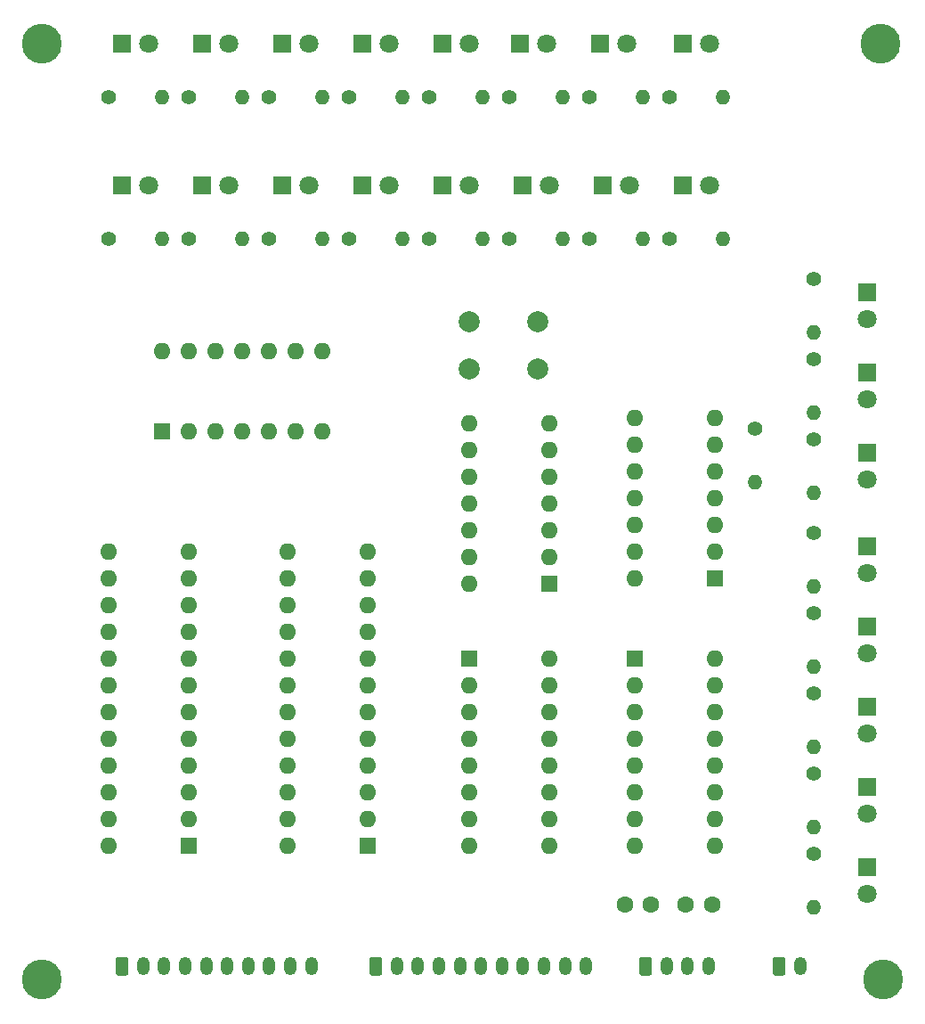
<source format=gbr>
G04 #@! TF.GenerationSoftware,KiCad,Pcbnew,(5.1.2-1)-1*
G04 #@! TF.CreationDate,2019-08-25T20:16:48+10:00*
G04 #@! TF.ProjectId,control-logic,636f6e74-726f-46c2-9d6c-6f6769632e6b,rev?*
G04 #@! TF.SameCoordinates,Original*
G04 #@! TF.FileFunction,Soldermask,Bot*
G04 #@! TF.FilePolarity,Negative*
%FSLAX46Y46*%
G04 Gerber Fmt 4.6, Leading zero omitted, Abs format (unit mm)*
G04 Created by KiCad (PCBNEW (5.1.2-1)-1) date 2019-08-25 20:16:48*
%MOMM*%
%LPD*%
G04 APERTURE LIST*
%ADD10O,1.200000X1.750000*%
%ADD11C,0.100000*%
%ADD12C,1.200000*%
%ADD13C,3.790000*%
%ADD14C,1.600000*%
%ADD15R,1.800000X1.800000*%
%ADD16C,1.800000*%
%ADD17O,1.400000X1.400000*%
%ADD18C,1.400000*%
%ADD19C,2.000000*%
%ADD20R,1.600000X1.600000*%
%ADD21O,1.600000X1.600000*%
G04 APERTURE END LIST*
D10*
X143190000Y-153670000D03*
X141190000Y-153670000D03*
X139190000Y-153670000D03*
X137190000Y-153670000D03*
X135190000Y-153670000D03*
X133190000Y-153670000D03*
X131190000Y-153670000D03*
X129190000Y-153670000D03*
X127190000Y-153670000D03*
X125190000Y-153670000D03*
D11*
G36*
X123564505Y-152796204D02*
G01*
X123588773Y-152799804D01*
X123612572Y-152805765D01*
X123635671Y-152814030D01*
X123657850Y-152824520D01*
X123678893Y-152837132D01*
X123698599Y-152851747D01*
X123716777Y-152868223D01*
X123733253Y-152886401D01*
X123747868Y-152906107D01*
X123760480Y-152927150D01*
X123770970Y-152949329D01*
X123779235Y-152972428D01*
X123785196Y-152996227D01*
X123788796Y-153020495D01*
X123790000Y-153044999D01*
X123790000Y-154295001D01*
X123788796Y-154319505D01*
X123785196Y-154343773D01*
X123779235Y-154367572D01*
X123770970Y-154390671D01*
X123760480Y-154412850D01*
X123747868Y-154433893D01*
X123733253Y-154453599D01*
X123716777Y-154471777D01*
X123698599Y-154488253D01*
X123678893Y-154502868D01*
X123657850Y-154515480D01*
X123635671Y-154525970D01*
X123612572Y-154534235D01*
X123588773Y-154540196D01*
X123564505Y-154543796D01*
X123540001Y-154545000D01*
X122839999Y-154545000D01*
X122815495Y-154543796D01*
X122791227Y-154540196D01*
X122767428Y-154534235D01*
X122744329Y-154525970D01*
X122722150Y-154515480D01*
X122701107Y-154502868D01*
X122681401Y-154488253D01*
X122663223Y-154471777D01*
X122646747Y-154453599D01*
X122632132Y-154433893D01*
X122619520Y-154412850D01*
X122609030Y-154390671D01*
X122600765Y-154367572D01*
X122594804Y-154343773D01*
X122591204Y-154319505D01*
X122590000Y-154295001D01*
X122590000Y-153044999D01*
X122591204Y-153020495D01*
X122594804Y-152996227D01*
X122600765Y-152972428D01*
X122609030Y-152949329D01*
X122619520Y-152927150D01*
X122632132Y-152906107D01*
X122646747Y-152886401D01*
X122663223Y-152868223D01*
X122681401Y-152851747D01*
X122701107Y-152837132D01*
X122722150Y-152824520D01*
X122744329Y-152814030D01*
X122767428Y-152805765D01*
X122791227Y-152799804D01*
X122815495Y-152796204D01*
X122839999Y-152795000D01*
X123540001Y-152795000D01*
X123564505Y-152796204D01*
X123564505Y-152796204D01*
G37*
D12*
X123190000Y-153670000D03*
D13*
X91440000Y-154940000D03*
X91440000Y-66040000D03*
X171196000Y-66040000D03*
X171450000Y-154940000D03*
D14*
X146852000Y-147828000D03*
X149352000Y-147828000D03*
X155154000Y-147828000D03*
X152654000Y-147828000D03*
D15*
X169926000Y-144272000D03*
D16*
X169926000Y-146812000D03*
D15*
X169926000Y-136652000D03*
D16*
X169926000Y-139192000D03*
D15*
X169926000Y-129032000D03*
D16*
X169926000Y-131572000D03*
X169926000Y-123952000D03*
D15*
X169926000Y-121412000D03*
D16*
X169926000Y-116332000D03*
D15*
X169926000Y-113792000D03*
X99060000Y-66040000D03*
D16*
X101600000Y-66040000D03*
X109220000Y-66040000D03*
D15*
X106680000Y-66040000D03*
X114300000Y-66040000D03*
D16*
X116840000Y-66040000D03*
X124460000Y-66040000D03*
D15*
X121920000Y-66040000D03*
X169926000Y-104902000D03*
D16*
X169926000Y-107442000D03*
X169926000Y-99822000D03*
D15*
X169926000Y-97282000D03*
D16*
X169926000Y-92202000D03*
D15*
X169926000Y-89662000D03*
X129540000Y-66040000D03*
D16*
X132080000Y-66040000D03*
X139446000Y-66040000D03*
D15*
X136906000Y-66040000D03*
D16*
X147066000Y-66040000D03*
D15*
X144526000Y-66040000D03*
X152400000Y-66040000D03*
D16*
X154940000Y-66040000D03*
X101600000Y-79502000D03*
D15*
X99060000Y-79502000D03*
X106680000Y-79502000D03*
D16*
X109220000Y-79502000D03*
D15*
X114300000Y-79502000D03*
D16*
X116840000Y-79502000D03*
X124460000Y-79502000D03*
D15*
X121920000Y-79502000D03*
X129540000Y-79502000D03*
D16*
X132080000Y-79502000D03*
X139700000Y-79502000D03*
D15*
X137160000Y-79502000D03*
X144780000Y-79502000D03*
D16*
X147320000Y-79502000D03*
X154940000Y-79502000D03*
D15*
X152400000Y-79502000D03*
D11*
G36*
X161918505Y-152796204D02*
G01*
X161942773Y-152799804D01*
X161966572Y-152805765D01*
X161989671Y-152814030D01*
X162011850Y-152824520D01*
X162032893Y-152837132D01*
X162052599Y-152851747D01*
X162070777Y-152868223D01*
X162087253Y-152886401D01*
X162101868Y-152906107D01*
X162114480Y-152927150D01*
X162124970Y-152949329D01*
X162133235Y-152972428D01*
X162139196Y-152996227D01*
X162142796Y-153020495D01*
X162144000Y-153044999D01*
X162144000Y-154295001D01*
X162142796Y-154319505D01*
X162139196Y-154343773D01*
X162133235Y-154367572D01*
X162124970Y-154390671D01*
X162114480Y-154412850D01*
X162101868Y-154433893D01*
X162087253Y-154453599D01*
X162070777Y-154471777D01*
X162052599Y-154488253D01*
X162032893Y-154502868D01*
X162011850Y-154515480D01*
X161989671Y-154525970D01*
X161966572Y-154534235D01*
X161942773Y-154540196D01*
X161918505Y-154543796D01*
X161894001Y-154545000D01*
X161193999Y-154545000D01*
X161169495Y-154543796D01*
X161145227Y-154540196D01*
X161121428Y-154534235D01*
X161098329Y-154525970D01*
X161076150Y-154515480D01*
X161055107Y-154502868D01*
X161035401Y-154488253D01*
X161017223Y-154471777D01*
X161000747Y-154453599D01*
X160986132Y-154433893D01*
X160973520Y-154412850D01*
X160963030Y-154390671D01*
X160954765Y-154367572D01*
X160948804Y-154343773D01*
X160945204Y-154319505D01*
X160944000Y-154295001D01*
X160944000Y-153044999D01*
X160945204Y-153020495D01*
X160948804Y-152996227D01*
X160954765Y-152972428D01*
X160963030Y-152949329D01*
X160973520Y-152927150D01*
X160986132Y-152906107D01*
X161000747Y-152886401D01*
X161017223Y-152868223D01*
X161035401Y-152851747D01*
X161055107Y-152837132D01*
X161076150Y-152824520D01*
X161098329Y-152814030D01*
X161121428Y-152805765D01*
X161145227Y-152799804D01*
X161169495Y-152796204D01*
X161193999Y-152795000D01*
X161894001Y-152795000D01*
X161918505Y-152796204D01*
X161918505Y-152796204D01*
G37*
D12*
X161544000Y-153670000D03*
D10*
X163544000Y-153670000D03*
D11*
G36*
X149218505Y-152796204D02*
G01*
X149242773Y-152799804D01*
X149266572Y-152805765D01*
X149289671Y-152814030D01*
X149311850Y-152824520D01*
X149332893Y-152837132D01*
X149352599Y-152851747D01*
X149370777Y-152868223D01*
X149387253Y-152886401D01*
X149401868Y-152906107D01*
X149414480Y-152927150D01*
X149424970Y-152949329D01*
X149433235Y-152972428D01*
X149439196Y-152996227D01*
X149442796Y-153020495D01*
X149444000Y-153044999D01*
X149444000Y-154295001D01*
X149442796Y-154319505D01*
X149439196Y-154343773D01*
X149433235Y-154367572D01*
X149424970Y-154390671D01*
X149414480Y-154412850D01*
X149401868Y-154433893D01*
X149387253Y-154453599D01*
X149370777Y-154471777D01*
X149352599Y-154488253D01*
X149332893Y-154502868D01*
X149311850Y-154515480D01*
X149289671Y-154525970D01*
X149266572Y-154534235D01*
X149242773Y-154540196D01*
X149218505Y-154543796D01*
X149194001Y-154545000D01*
X148493999Y-154545000D01*
X148469495Y-154543796D01*
X148445227Y-154540196D01*
X148421428Y-154534235D01*
X148398329Y-154525970D01*
X148376150Y-154515480D01*
X148355107Y-154502868D01*
X148335401Y-154488253D01*
X148317223Y-154471777D01*
X148300747Y-154453599D01*
X148286132Y-154433893D01*
X148273520Y-154412850D01*
X148263030Y-154390671D01*
X148254765Y-154367572D01*
X148248804Y-154343773D01*
X148245204Y-154319505D01*
X148244000Y-154295001D01*
X148244000Y-153044999D01*
X148245204Y-153020495D01*
X148248804Y-152996227D01*
X148254765Y-152972428D01*
X148263030Y-152949329D01*
X148273520Y-152927150D01*
X148286132Y-152906107D01*
X148300747Y-152886401D01*
X148317223Y-152868223D01*
X148335401Y-152851747D01*
X148355107Y-152837132D01*
X148376150Y-152824520D01*
X148398329Y-152814030D01*
X148421428Y-152805765D01*
X148445227Y-152799804D01*
X148469495Y-152796204D01*
X148493999Y-152795000D01*
X149194001Y-152795000D01*
X149218505Y-152796204D01*
X149218505Y-152796204D01*
G37*
D12*
X148844000Y-153670000D03*
D10*
X150844000Y-153670000D03*
X152844000Y-153670000D03*
X154844000Y-153670000D03*
X117060000Y-153670000D03*
X115060000Y-153670000D03*
X113060000Y-153670000D03*
X111060000Y-153670000D03*
X109060000Y-153670000D03*
X107060000Y-153670000D03*
X105060000Y-153670000D03*
X103060000Y-153670000D03*
X101060000Y-153670000D03*
D11*
G36*
X99434505Y-152796204D02*
G01*
X99458773Y-152799804D01*
X99482572Y-152805765D01*
X99505671Y-152814030D01*
X99527850Y-152824520D01*
X99548893Y-152837132D01*
X99568599Y-152851747D01*
X99586777Y-152868223D01*
X99603253Y-152886401D01*
X99617868Y-152906107D01*
X99630480Y-152927150D01*
X99640970Y-152949329D01*
X99649235Y-152972428D01*
X99655196Y-152996227D01*
X99658796Y-153020495D01*
X99660000Y-153044999D01*
X99660000Y-154295001D01*
X99658796Y-154319505D01*
X99655196Y-154343773D01*
X99649235Y-154367572D01*
X99640970Y-154390671D01*
X99630480Y-154412850D01*
X99617868Y-154433893D01*
X99603253Y-154453599D01*
X99586777Y-154471777D01*
X99568599Y-154488253D01*
X99548893Y-154502868D01*
X99527850Y-154515480D01*
X99505671Y-154525970D01*
X99482572Y-154534235D01*
X99458773Y-154540196D01*
X99434505Y-154543796D01*
X99410001Y-154545000D01*
X98709999Y-154545000D01*
X98685495Y-154543796D01*
X98661227Y-154540196D01*
X98637428Y-154534235D01*
X98614329Y-154525970D01*
X98592150Y-154515480D01*
X98571107Y-154502868D01*
X98551401Y-154488253D01*
X98533223Y-154471777D01*
X98516747Y-154453599D01*
X98502132Y-154433893D01*
X98489520Y-154412850D01*
X98479030Y-154390671D01*
X98470765Y-154367572D01*
X98464804Y-154343773D01*
X98461204Y-154319505D01*
X98460000Y-154295001D01*
X98460000Y-153044999D01*
X98461204Y-153020495D01*
X98464804Y-152996227D01*
X98470765Y-152972428D01*
X98479030Y-152949329D01*
X98489520Y-152927150D01*
X98502132Y-152906107D01*
X98516747Y-152886401D01*
X98533223Y-152868223D01*
X98551401Y-152851747D01*
X98571107Y-152837132D01*
X98592150Y-152824520D01*
X98614329Y-152814030D01*
X98637428Y-152805765D01*
X98661227Y-152799804D01*
X98685495Y-152796204D01*
X98709999Y-152795000D01*
X99410001Y-152795000D01*
X99434505Y-152796204D01*
X99434505Y-152796204D01*
G37*
D12*
X99060000Y-153670000D03*
D17*
X159258000Y-107696000D03*
D18*
X159258000Y-102616000D03*
D17*
X164846000Y-148082000D03*
D18*
X164846000Y-143002000D03*
X164846000Y-135382000D03*
D17*
X164846000Y-140462000D03*
D18*
X164846000Y-127762000D03*
D17*
X164846000Y-132842000D03*
D18*
X164846000Y-120142000D03*
D17*
X164846000Y-125222000D03*
X164846000Y-117602000D03*
D18*
X164846000Y-112522000D03*
D17*
X102870000Y-71120000D03*
D18*
X97790000Y-71120000D03*
D17*
X110490000Y-71120000D03*
D18*
X105410000Y-71120000D03*
X164846000Y-103632000D03*
D17*
X164846000Y-108712000D03*
D18*
X164846000Y-96012000D03*
D17*
X164846000Y-101092000D03*
D18*
X164846000Y-88392000D03*
D17*
X164846000Y-93472000D03*
X118110000Y-71120000D03*
D18*
X113030000Y-71120000D03*
D17*
X125730000Y-71120000D03*
D18*
X120650000Y-71120000D03*
X128270000Y-71120000D03*
D17*
X133350000Y-71120000D03*
D18*
X135890000Y-71120000D03*
D17*
X140970000Y-71120000D03*
D18*
X143510000Y-71120000D03*
D17*
X148590000Y-71120000D03*
D18*
X151130000Y-71120000D03*
D17*
X156210000Y-71120000D03*
D18*
X97790000Y-84582000D03*
D17*
X102870000Y-84582000D03*
D18*
X105410000Y-84582000D03*
D17*
X110490000Y-84582000D03*
X118110000Y-84582000D03*
D18*
X113030000Y-84582000D03*
D17*
X125730000Y-84582000D03*
D18*
X120650000Y-84582000D03*
D17*
X133350000Y-84582000D03*
D18*
X128270000Y-84582000D03*
D17*
X140970000Y-84582000D03*
D18*
X135890000Y-84582000D03*
D17*
X148590000Y-84582000D03*
D18*
X143510000Y-84582000D03*
X151130000Y-84582000D03*
D17*
X156210000Y-84582000D03*
D19*
X132080000Y-96956000D03*
X132080000Y-92456000D03*
X138580000Y-96956000D03*
X138580000Y-92456000D03*
D20*
X155448000Y-116840000D03*
D21*
X147828000Y-101600000D03*
X155448000Y-114300000D03*
X147828000Y-104140000D03*
X155448000Y-111760000D03*
X147828000Y-106680000D03*
X155448000Y-109220000D03*
X147828000Y-109220000D03*
X155448000Y-106680000D03*
X147828000Y-111760000D03*
X155448000Y-104140000D03*
X147828000Y-114300000D03*
X155448000Y-101600000D03*
X147828000Y-116840000D03*
D20*
X132080000Y-124460000D03*
D21*
X139700000Y-142240000D03*
X132080000Y-127000000D03*
X139700000Y-139700000D03*
X132080000Y-129540000D03*
X139700000Y-137160000D03*
X132080000Y-132080000D03*
X139700000Y-134620000D03*
X132080000Y-134620000D03*
X139700000Y-132080000D03*
X132080000Y-137160000D03*
X139700000Y-129540000D03*
X132080000Y-139700000D03*
X139700000Y-127000000D03*
X132080000Y-142240000D03*
X139700000Y-124460000D03*
X155448000Y-124460000D03*
X147828000Y-142240000D03*
X155448000Y-127000000D03*
X147828000Y-139700000D03*
X155448000Y-129540000D03*
X147828000Y-137160000D03*
X155448000Y-132080000D03*
X147828000Y-134620000D03*
X155448000Y-134620000D03*
X147828000Y-132080000D03*
X155448000Y-137160000D03*
X147828000Y-129540000D03*
X155448000Y-139700000D03*
X147828000Y-127000000D03*
X155448000Y-142240000D03*
D20*
X147828000Y-124460000D03*
D21*
X114808000Y-142240000D03*
X122428000Y-114300000D03*
X114808000Y-139700000D03*
X122428000Y-116840000D03*
X114808000Y-137160000D03*
X122428000Y-119380000D03*
X114808000Y-134620000D03*
X122428000Y-121920000D03*
X114808000Y-132080000D03*
X122428000Y-124460000D03*
X114808000Y-129540000D03*
X122428000Y-127000000D03*
X114808000Y-127000000D03*
X122428000Y-129540000D03*
X114808000Y-124460000D03*
X122428000Y-132080000D03*
X114808000Y-121920000D03*
X122428000Y-134620000D03*
X114808000Y-119380000D03*
X122428000Y-137160000D03*
X114808000Y-116840000D03*
X122428000Y-139700000D03*
X114808000Y-114300000D03*
D20*
X122428000Y-142240000D03*
X105410000Y-142240000D03*
D21*
X97790000Y-114300000D03*
X105410000Y-139700000D03*
X97790000Y-116840000D03*
X105410000Y-137160000D03*
X97790000Y-119380000D03*
X105410000Y-134620000D03*
X97790000Y-121920000D03*
X105410000Y-132080000D03*
X97790000Y-124460000D03*
X105410000Y-129540000D03*
X97790000Y-127000000D03*
X105410000Y-127000000D03*
X97790000Y-129540000D03*
X105410000Y-124460000D03*
X97790000Y-132080000D03*
X105410000Y-121920000D03*
X97790000Y-134620000D03*
X105410000Y-119380000D03*
X97790000Y-137160000D03*
X105410000Y-116840000D03*
X97790000Y-139700000D03*
X105410000Y-114300000D03*
X97790000Y-142240000D03*
X132080000Y-117348000D03*
X139700000Y-102108000D03*
X132080000Y-114808000D03*
X139700000Y-104648000D03*
X132080000Y-112268000D03*
X139700000Y-107188000D03*
X132080000Y-109728000D03*
X139700000Y-109728000D03*
X132080000Y-107188000D03*
X139700000Y-112268000D03*
X132080000Y-104648000D03*
X139700000Y-114808000D03*
X132080000Y-102108000D03*
D20*
X139700000Y-117348000D03*
X102870000Y-102870000D03*
D21*
X118110000Y-95250000D03*
X105410000Y-102870000D03*
X115570000Y-95250000D03*
X107950000Y-102870000D03*
X113030000Y-95250000D03*
X110490000Y-102870000D03*
X110490000Y-95250000D03*
X113030000Y-102870000D03*
X107950000Y-95250000D03*
X115570000Y-102870000D03*
X105410000Y-95250000D03*
X118110000Y-102870000D03*
X102870000Y-95250000D03*
M02*

</source>
